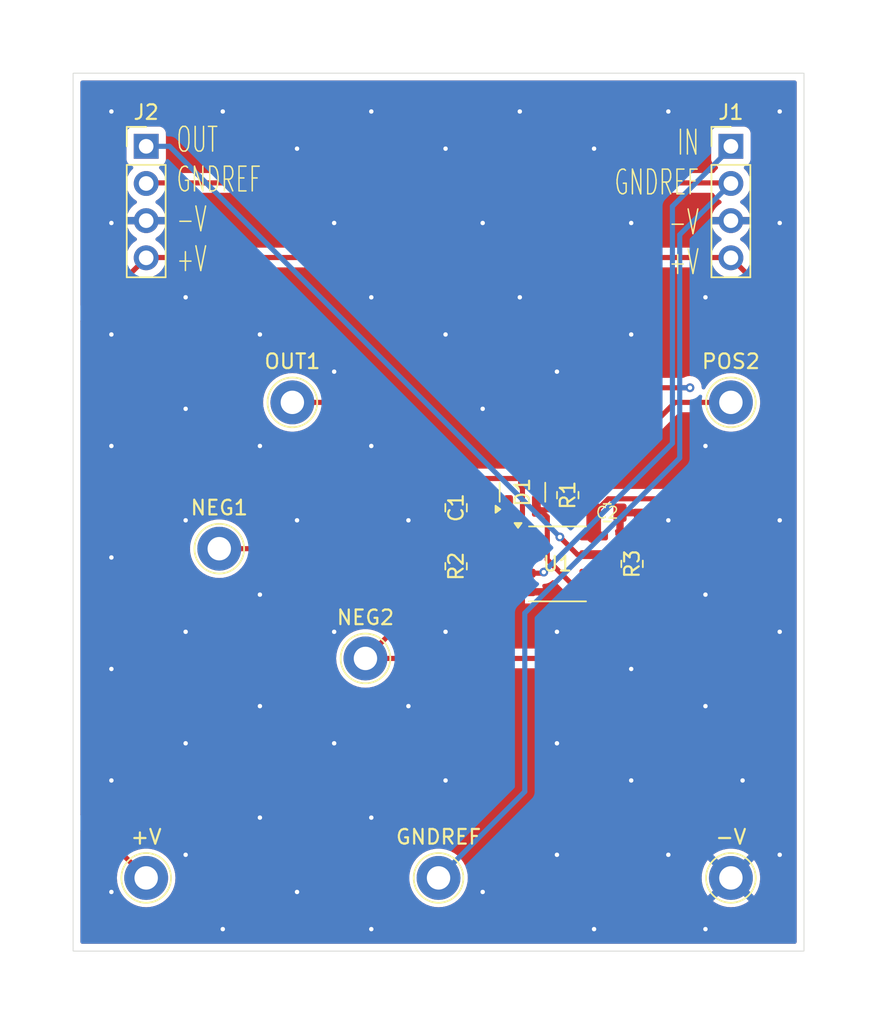
<source format=kicad_pcb>
(kicad_pcb (version 20240108) (generator "pcbnew") (generator_version "8.0")
  (layers (0 "F.Cu" jumper) (31 "B.Cu" signal) (34 "B.Paste" user) (35 "F.Paste" user) (36 "B.SilkS" user "B.Silkscreen") (37 "F.SilkS" user "F.Silkscreen") (38 "B.Mask" user) (39 "F.Mask" user) (44 "Edge.Cuts" user))
  (net 0 "")
  (net 1 "GNDREF")
  (net 2 "Net-(D1A-K)")
  (net 3 "Net-(D1A-A)")
  (net 4 "Net-(D1B-common)")
  (net 5 "+V")
  (net 6 "-V")
  (net 7 "Net-(U1B--)")
  (net 8 "IN^{EFF}")
  (net 9 "OUT^{EFF}")
  (footprint "Package_TO_SOT_SMD:SOT-23" (layer "F.Cu") (at 105.74 108.64 90)
    (property "Reference" "D1" (at 0 0 90) (layer "F.SilkS"))
    (property "Value" "MMBD1203")
    (fp_line (start 0 -1.56) (end 0.65 -1.56) (stroke (width 0.12)) (layer "F.SilkS"))
    (fp_line (start 0 -1.56) (end -0.65 -1.56) (stroke (width 0.12)) (layer "F.SilkS"))
    (fp_line (start 0 1.56) (end 0.65 1.56) (stroke (width 0.12)) (layer "F.SilkS"))
    (fp_line (start 0 1.56) (end -0.65 1.56) (stroke (width 0.12)) (layer "F.SilkS"))
    (fp_poly (pts (xy -1.1625 -1.51) (xy -1.4025 -1.84) (xy -0.9225 -1.84) (xy -1.1625 -1.51)) (stroke (width 0.12)) (fill solid) (layer "F.SilkS"))
    (pad "1" smd roundrect (at -0.9375 -0.95 90) (size 1.475 0.6) (layers "F.Cu" "F.Paste" "F.Mask") (net 3 "Net-(D1A-A)"))
    (pad "2" smd roundrect (at -0.9375 0.95 90) (size 1.475 0.6) (layers "F.Cu" "F.Paste" "F.Mask") (net 4 "Net-(D1B-common)"))
    (pad "3" smd roundrect (at 0.9375 0 90) (size 1.475 0.6) (layers "F.Cu" "F.Paste" "F.Mask") (net 2 "Net-(D1A-K)"))
  )
  (footprint "Resistor_SMD:R_0805_2012Metric_Pad1.20x1.40mm_HandSolder" (layer "F.Cu") (at 113.24 113.54 90)
    (property "Reference" "R3" (at 0 0 90) (layer "F.SilkS"))
    (property "Value" "1k")
    (fp_line (start -0.227064 -0.735) (end 0.227064 -0.735) (stroke (width 0.12)) (layer "F.SilkS"))
    (fp_line (start -0.227064 0.735) (end 0.227064 0.735) (stroke (width 0.12)) (layer "F.SilkS"))
    (pad "1" smd roundrect (at -1 0 90) (size 1.2 1.4) (layers "F.Cu" "F.Paste" "F.Mask") (roundrect_rratio 0.208333) (net 7 "Net-(U1B--)"))
    (pad "2" smd roundrect (at 1 0 90) (size 1.2 1.4) (layers "F.Cu" "F.Paste" "F.Mask") (roundrect_rratio 0.208333) (net 9 "OUT^{EFF}"))
  )
  (footprint "Capacitor_SMD:C_0805_2012Metric_Pad1.18x1.45mm_HandSolder" (layer "F.Cu") (at 101.2 109.7 90)
    (property "Reference" "C1" (at 0 0 90) (layer "F.SilkS"))
    (property "Value" "47pF")
    (fp_line (start -0.261252 -0.735) (end 0.261252 -0.735) (stroke (width 0.12)) (layer "F.SilkS"))
    (fp_line (start -0.261252 0.735) (end 0.261252 0.735) (stroke (width 0.12)) (layer "F.SilkS"))
    (pad "1" smd roundrect (at -1.0375 0 90) (size 1.175 1.45) (layers "F.Cu" "F.Paste" "F.Mask") (roundrect_rratio 0.212766) (net 3 "Net-(D1A-A)"))
    (pad "2" smd roundrect (at 1.0375 0 90) (size 1.175 1.45) (layers "F.Cu" "F.Paste" "F.Mask") (roundrect_rratio 0.212766) (net 2 "Net-(D1A-K)"))
  )
  (footprint "Resistor_SMD:R_0805_2012Metric_Pad1.20x1.40mm_HandSolder" (layer "F.Cu") (at 101.2 113.7 -90)
    (property "Reference" "R2" (at 0 0 90) (layer "F.SilkS"))
    (property "Value" "1k")
    (fp_line (start -0.227064 0.735) (end 0.227064 0.735) (stroke (width 0.12)) (layer "F.SilkS"))
    (fp_line (start -0.227064 -0.735) (end 0.227064 -0.735) (stroke (width 0.12)) (layer "F.SilkS"))
    (pad "1" smd roundrect (at -1 0 270) (size 1.2 1.4) (layers "F.Cu" "F.Paste" "F.Mask") (roundrect_rratio 0.208333) (net 3 "Net-(D1A-A)"))
    (pad "2" smd roundrect (at 1 0 270) (size 1.2 1.4) (layers "F.Cu" "F.Paste" "F.Mask") (roundrect_rratio 0.208333) (net 7 "Net-(U1B--)"))
  )
  (footprint "TestPoint:TestPoint_Loop_D2.60mm_Drill1.6mm_Beaded" (layer "F.Cu") (at 95 120)
    (property "Reference" "TP4" (hide yes))
    (property "Value" "NEG2" (at 0 -2.8 0) (layer "F.SilkS"))
    (fp_circle (center 0 0) (end 1.7 0) (stroke (width 0.12)) (fill none) (layer "F.SilkS"))
    (pad "1" thru_hole circle (at 0 0) (size 3 3) (drill 1.6) (layers "*.Cu" "*.Mask" "In1.Cu" "In2.Cu" "In3.Cu" "In4.Cu" "In5.Cu" "In6.Cu" "In7.Cu" "In8.Cu" "In9.Cu" "In10.Cu" "In11.Cu" "In12.Cu" "In13.Cu" "In14.Cu" "In15.Cu" "In16.Cu" "In17.Cu" "In18.Cu" "In19.Cu" "In20.Cu" "In21.Cu" "In22.Cu" "In23.Cu" "In24.Cu" "In25.Cu" "In26.Cu" "In27.Cu" "In28.Cu" "In29.Cu" "In30.Cu") (net 7 "Net-(U1B--)"))
  )
  (footprint "TestPoint:TestPoint_Loop_D2.60mm_Drill1.6mm_Beaded" (layer "F.Cu") (at 90 102.5)
    (property "Reference" "TP1" (hide yes))
    (property "Value" "OUT1" (at 0 -2.8 0) (layer "F.SilkS"))
    (fp_circle (center 0 0) (end 1.7 0) (stroke (width 0.12)) (fill none) (layer "F.SilkS"))
    (pad "1" thru_hole circle (at 0 0) (size 3 3) (drill 1.6) (layers "*.Cu" "*.Mask" "In1.Cu" "In2.Cu" "In3.Cu" "In4.Cu" "In5.Cu" "In6.Cu" "In7.Cu" "In8.Cu" "In9.Cu" "In10.Cu" "In11.Cu" "In12.Cu" "In13.Cu" "In14.Cu" "In15.Cu" "In16.Cu" "In17.Cu" "In18.Cu" "In19.Cu" "In20.Cu" "In21.Cu" "In22.Cu" "In23.Cu" "In24.Cu" "In25.Cu" "In26.Cu" "In27.Cu" "In28.Cu" "In29.Cu" "In30.Cu") (net 2 "Net-(D1A-K)"))
  )
  (footprint "Mylib:C_0704_1810Metric" (layer "F.Cu") (at 111.54 110.04)
    (property "Reference" "C2" (at 0 0 0) (layer "F.SilkS") (effects (font (size 0.8 0.8) (thickness 0.1))))
    (property "Value" "0.1uF")
    (fp_line (start -0.25 -0.6) (end 0.25 -0.6) (stroke (width 0.12)) (layer "F.SilkS"))
    (fp_line (start -0.25 0.6) (end 0.25 0.6) (stroke (width 0.12)) (layer "F.SilkS"))
    (pad "1" smd roundrect (at -0.875 0) (size 0.9 1.25) (layers "F.Cu" "F.Paste" "F.Mask") (roundrect_rratio 0.2) (net 5 "+V"))
    (pad "2" smd roundrect (at 0.875 0) (size 0.9 1.25) (layers "F.Cu" "F.Paste" "F.Mask") (roundrect_rratio 0.2) (net 6 "-V"))
  )
  (footprint "TestPoint:TestPoint_Loop_D2.60mm_Drill1.6mm_Beaded" (layer "F.Cu") (at 120 102.5)
    (property "Reference" "TP2" (hide yes))
    (property "Value" "POS2" (at 0 -2.8 0) (layer "F.SilkS"))
    (fp_circle (center 0 0) (end 1.7 0) (stroke (width 0.12)) (fill none) (layer "F.SilkS"))
    (pad "1" thru_hole circle (at 0 0) (size 3 3) (drill 1.6) (layers "*.Cu" "*.Mask" "In1.Cu" "In2.Cu" "In3.Cu" "In4.Cu" "In5.Cu" "In6.Cu" "In7.Cu" "In8.Cu" "In9.Cu" "In10.Cu" "In11.Cu" "In12.Cu" "In13.Cu" "In14.Cu" "In15.Cu" "In16.Cu" "In17.Cu" "In18.Cu" "In19.Cu" "In20.Cu" "In21.Cu" "In22.Cu" "In23.Cu" "In24.Cu" "In25.Cu" "In26.Cu" "In27.Cu" "In28.Cu" "In29.Cu" "In30.Cu") (net 4 "Net-(D1B-common)"))
  )
  (footprint "Resistor_SMD:R_0805_2012Metric_Pad1.20x1.40mm_HandSolder" (layer "F.Cu") (at 108.84 108.84 -90)
    (property "Reference" "R1" (at 0 0 90) (layer "F.SilkS"))
    (property "Value" "1k")
    (fp_line (start -0.227064 0.735) (end 0.227064 0.735) (stroke (width 0.12)) (layer "F.SilkS"))
    (fp_line (start -0.227064 -0.735) (end 0.227064 -0.735) (stroke (width 0.12)) (layer "F.SilkS"))
    (pad "1" smd roundrect (at -1 0 270) (size 1.2 1.4) (layers "F.Cu" "F.Paste" "F.Mask") (roundrect_rratio 0.208333) (net 1 "GNDREF"))
    (pad "2" smd roundrect (at 1 0 270) (size 1.2 1.4) (layers "F.Cu" "F.Paste" "F.Mask") (roundrect_rratio 0.208333) (net 4 "Net-(D1B-common)"))
  )
  (footprint "TestPoint:TestPoint_Loop_D2.60mm_Drill1.6mm_Beaded" (layer "F.Cu") (at 100 135)
    (property "Reference" "TP6" (hide yes))
    (property "Value" "GNDREF" (at 0 -2.8 0) (layer "F.SilkS"))
    (fp_circle (center 0 0) (end 1.7 0) (stroke (width 0.12)) (fill none) (layer "F.SilkS"))
    (pad "1" thru_hole circle (at 0 0) (size 3 3) (drill 1.6) (layers "*.Cu" "*.Mask" "In1.Cu" "In2.Cu" "In3.Cu" "In4.Cu" "In5.Cu" "In6.Cu" "In7.Cu" "In8.Cu" "In9.Cu" "In10.Cu" "In11.Cu" "In12.Cu" "In13.Cu" "In14.Cu" "In15.Cu" "In16.Cu" "In17.Cu" "In18.Cu" "In19.Cu" "In20.Cu" "In21.Cu" "In22.Cu" "In23.Cu" "In24.Cu" "In25.Cu" "In26.Cu" "In27.Cu" "In28.Cu" "In29.Cu" "In30.Cu") (net 1 "GNDREF"))
  )
  (footprint "TestPoint:TestPoint_Loop_D2.60mm_Drill1.6mm_Beaded" (layer "F.Cu") (at 120 135)
    (property "Reference" "TP7" (hide yes))
    (property "Value" "-V" (at 0 -2.8 0) (layer "F.SilkS"))
    (fp_circle (center 0 0) (end 1.7 0) (stroke (width 0.12)) (fill none) (layer "F.SilkS"))
    (pad "1" thru_hole circle (at 0 0) (size 3 3) (drill 1.6) (layers "*.Cu" "*.Mask" "In1.Cu" "In2.Cu" "In3.Cu" "In4.Cu" "In5.Cu" "In6.Cu" "In7.Cu" "In8.Cu" "In9.Cu" "In10.Cu" "In11.Cu" "In12.Cu" "In13.Cu" "In14.Cu" "In15.Cu" "In16.Cu" "In17.Cu" "In18.Cu" "In19.Cu" "In20.Cu" "In21.Cu" "In22.Cu" "In23.Cu" "In24.Cu" "In25.Cu" "In26.Cu" "In27.Cu" "In28.Cu" "In29.Cu" "In30.Cu") (net 6 "-V"))
  )
  (footprint "Connector_PinHeader_2.54mm:PinHeader_1x04_P2.54mm_Vertical" (layer "F.Cu") (at 120 85)
    (property "Reference" "J1" (at 0 -2.33 0) (layer "F.SilkS"))
    (property "Value" "Conn_01x04_Pin")
    (fp_line (start -1.33 -1.33) (end 0 -1.33) (stroke (width 0.12)) (layer "F.SilkS"))
    (fp_line (start -1.33 0) (end -1.33 -1.33) (stroke (width 0.12)) (layer "F.SilkS"))
    (fp_line (start -1.33 1.27) (end -1.33 8.95) (stroke (width 0.12)) (layer "F.SilkS"))
    (fp_line (start -1.33 1.27) (end 1.33 1.27) (stroke (width 0.12)) (layer "F.SilkS"))
    (fp_line (start -1.33 8.95) (end 1.33 8.95) (stroke (width 0.12)) (layer "F.SilkS"))
    (fp_line (start 1.33 1.27) (end 1.33 8.95) (stroke (width 0.12)) (layer "F.SilkS"))
    (pad "1" thru_hole rect (at 0 0) (size 1.7 1.7) (drill 1) (layers "*.Cu" "*.Mask" "In1.Cu" "In2.Cu" "In3.Cu" "In4.Cu" "In5.Cu" "In6.Cu" "In7.Cu" "In8.Cu" "In9.Cu" "In10.Cu" "In11.Cu" "In12.Cu" "In13.Cu" "In14.Cu" "In15.Cu" "In16.Cu" "In17.Cu" "In18.Cu" "In19.Cu" "In20.Cu" "In21.Cu" "In22.Cu" "In23.Cu" "In24.Cu" "In25.Cu" "In26.Cu" "In27.Cu" "In28.Cu" "In29.Cu" "In30.Cu") (net 8 "IN^{EFF}"))
    (pad "2" thru_hole oval (at 0 2.54) (size 1.7 1.7) (drill 1) (layers "*.Cu" "*.Mask" "In1.Cu" "In2.Cu" "In3.Cu" "In4.Cu" "In5.Cu" "In6.Cu" "In7.Cu" "In8.Cu" "In9.Cu" "In10.Cu" "In11.Cu" "In12.Cu" "In13.Cu" "In14.Cu" "In15.Cu" "In16.Cu" "In17.Cu" "In18.Cu" "In19.Cu" "In20.Cu" "In21.Cu" "In22.Cu" "In23.Cu" "In24.Cu" "In25.Cu" "In26.Cu" "In27.Cu" "In28.Cu" "In29.Cu" "In30.Cu") (net 1 "GNDREF"))
    (pad "3" thru_hole oval (at 0 5.08) (size 1.7 1.7) (drill 1) (layers "*.Cu" "*.Mask" "In1.Cu" "In2.Cu" "In3.Cu" "In4.Cu" "In5.Cu" "In6.Cu" "In7.Cu" "In8.Cu" "In9.Cu" "In10.Cu" "In11.Cu" "In12.Cu" "In13.Cu" "In14.Cu" "In15.Cu" "In16.Cu" "In17.Cu" "In18.Cu" "In19.Cu" "In20.Cu" "In21.Cu" "In22.Cu" "In23.Cu" "In24.Cu" "In25.Cu" "In26.Cu" "In27.Cu" "In28.Cu" "In29.Cu" "In30.Cu") (net 6 "-V"))
    (pad "4" thru_hole oval (at 0 7.62) (size 1.7 1.7) (drill 1) (layers "*.Cu" "*.Mask" "In1.Cu" "In2.Cu" "In3.Cu" "In4.Cu" "In5.Cu" "In6.Cu" "In7.Cu" "In8.Cu" "In9.Cu" "In10.Cu" "In11.Cu" "In12.Cu" "In13.Cu" "In14.Cu" "In15.Cu" "In16.Cu" "In17.Cu" "In18.Cu" "In19.Cu" "In20.Cu" "In21.Cu" "In22.Cu" "In23.Cu" "In24.Cu" "In25.Cu" "In26.Cu" "In27.Cu" "In28.Cu" "In29.Cu" "In30.Cu") (net 5 "+V"))
  )
  (footprint "Connector_PinHeader_2.54mm:PinHeader_1x04_P2.54mm_Vertical" (layer "F.Cu") (at 80 85)
    (property "Reference" "J2" (at 0 -2.33 0) (layer "F.SilkS"))
    (property "Value" "Conn_01x04_Pin")
    (fp_line (start -1.33 -1.33) (end 0 -1.33) (stroke (width 0.12)) (layer "F.SilkS"))
    (fp_line (start -1.33 0) (end -1.33 -1.33) (stroke (width 0.12)) (layer "F.SilkS"))
    (fp_line (start -1.33 1.27) (end -1.33 8.95) (stroke (width 0.12)) (layer "F.SilkS"))
    (fp_line (start -1.33 1.27) (end 1.33 1.27) (stroke (width 0.12)) (layer "F.SilkS"))
    (fp_line (start -1.33 8.95) (end 1.33 8.95) (stroke (width 0.12)) (layer "F.SilkS"))
    (fp_line (start 1.33 1.27) (end 1.33 8.95) (stroke (width 0.12)) (layer "F.SilkS"))
    (pad "1" thru_hole rect (at 0 0) (size 1.7 1.7) (drill 1) (layers "*.Cu" "*.Mask" "In1.Cu" "In2.Cu" "In3.Cu" "In4.Cu" "In5.Cu" "In6.Cu" "In7.Cu" "In8.Cu" "In9.Cu" "In10.Cu" "In11.Cu" "In12.Cu" "In13.Cu" "In14.Cu" "In15.Cu" "In16.Cu" "In17.Cu" "In18.Cu" "In19.Cu" "In20.Cu" "In21.Cu" "In22.Cu" "In23.Cu" "In24.Cu" "In25.Cu" "In26.Cu" "In27.Cu" "In28.Cu" "In29.Cu" "In30.Cu") (net 9 "OUT^{EFF}"))
    (pad "2" thru_hole oval (at 0 2.54) (size 1.7 1.7) (drill 1) (layers "*.Cu" "*.Mask" "In1.Cu" "In2.Cu" "In3.Cu" "In4.Cu" "In5.Cu" "In6.Cu" "In7.Cu" "In8.Cu" "In9.Cu" "In10.Cu" "In11.Cu" "In12.Cu" "In13.Cu" "In14.Cu" "In15.Cu" "In16.Cu" "In17.Cu" "In18.Cu" "In19.Cu" "In20.Cu" "In21.Cu" "In22.Cu" "In23.Cu" "In24.Cu" "In25.Cu" "In26.Cu" "In27.Cu" "In28.Cu" "In29.Cu" "In30.Cu") (net 1 "GNDREF"))
    (pad "3" thru_hole oval (at 0 5.08) (size 1.7 1.7) (drill 1) (layers "*.Cu" "*.Mask" "In1.Cu" "In2.Cu" "In3.Cu" "In4.Cu" "In5.Cu" "In6.Cu" "In7.Cu" "In8.Cu" "In9.Cu" "In10.Cu" "In11.Cu" "In12.Cu" "In13.Cu" "In14.Cu" "In15.Cu" "In16.Cu" "In17.Cu" "In18.Cu" "In19.Cu" "In20.Cu" "In21.Cu" "In22.Cu" "In23.Cu" "In24.Cu" "In25.Cu" "In26.Cu" "In27.Cu" "In28.Cu" "In29.Cu" "In30.Cu") (net 6 "-V"))
    (pad "4" thru_hole oval (at 0 7.62) (size 1.7 1.7) (drill 1) (layers "*.Cu" "*.Mask" "In1.Cu" "In2.Cu" "In3.Cu" "In4.Cu" "In5.Cu" "In6.Cu" "In7.Cu" "In8.Cu" "In9.Cu" "In10.Cu" "In11.Cu" "In12.Cu" "In13.Cu" "In14.Cu" "In15.Cu" "In16.Cu" "In17.Cu" "In18.Cu" "In19.Cu" "In20.Cu" "In21.Cu" "In22.Cu" "In23.Cu" "In24.Cu" "In25.Cu" "In26.Cu" "In27.Cu" "In28.Cu" "In29.Cu" "In30.Cu") (net 5 "+V"))
  )
  (footprint "Package_SO:SOIC-8_3.9x4.9mm_P1.27mm" (layer "F.Cu") (at 108.14 113.54)
    (property "Reference" "U1" (at 0 0 0) (layer "F.SilkS"))
    (property "Value" "OPA1656")
    (fp_line (start 0 -2.56) (end -1.95 -2.56) (stroke (width 0.12)) (layer "F.SilkS"))
    (fp_line (start 0 -2.56) (end 1.95 -2.56) (stroke (width 0.12)) (layer "F.SilkS"))
    (fp_line (start 0 2.56) (end -1.95 2.56) (stroke (width 0.12)) (layer "F.SilkS"))
    (fp_line (start 0 2.56) (end 1.95 2.56) (stroke (width 0.12)) (layer "F.SilkS"))
    (fp_poly (pts (xy -2.7 -2.465) (xy -2.94 -2.795) (xy -2.46 -2.795) (xy -2.7 -2.465)) (stroke (width 0.12)) (fill solid) (layer "F.SilkS"))
    (pad "1" smd roundrect (at -2.475 -1.905) (size 1.95 0.6) (layers "F.Cu" "F.Paste" "F.Mask") (net 2 "Net-(D1A-K)"))
    (pad "2" smd roundrect (at -2.475 -0.635) (size 1.95 0.6) (layers "F.Cu" "F.Paste" "F.Mask") (net 3 "Net-(D1A-A)"))
    (pad "3" smd roundrect (at -2.475 0.635) (size 1.95 0.6) (layers "F.Cu" "F.Paste" "F.Mask") (net 8 "IN^{EFF}"))
    (pad "4" smd roundrect (at -2.475 1.905) (size 1.95 0.6) (layers "F.Cu" "F.Paste" "F.Mask") (net 6 "-V"))
    (pad "5" smd roundrect (at 2.475 1.905) (size 1.95 0.6) (layers "F.Cu" "F.Paste" "F.Mask") (net 4 "Net-(D1B-common)"))
    (pad "6" smd roundrect (at 2.475 0.635) (size 1.95 0.6) (layers "F.Cu" "F.Paste" "F.Mask") (net 7 "Net-(U1B--)"))
    (pad "7" smd roundrect (at 2.475 -0.635) (size 1.95 0.6) (layers "F.Cu" "F.Paste" "F.Mask") (net 9 "OUT^{EFF}"))
    (pad "8" smd roundrect (at 2.475 -1.905) (size 1.95 0.6) (layers "F.Cu" "F.Paste" "F.Mask") (net 5 "+V"))
  )
  (footprint "TestPoint:TestPoint_Loop_D2.60mm_Drill1.6mm_Beaded" (layer "F.Cu") (at 80 135)
    (property "Reference" "TP5" (hide yes))
    (property "Value" "+V" (at 0 -2.8 0) (layer "F.SilkS"))
    (fp_circle (center 0 0) (end 1.7 0) (stroke (width 0.12)) (fill none) (layer "F.SilkS"))
    (pad "1" thru_hole circle (at 0 0) (size 3 3) (drill 1.6) (layers "*.Cu" "*.Mask" "In1.Cu" "In2.Cu" "In3.Cu" "In4.Cu" "In5.Cu" "In6.Cu" "In7.Cu" "In8.Cu" "In9.Cu" "In10.Cu" "In11.Cu" "In12.Cu" "In13.Cu" "In14.Cu" "In15.Cu" "In16.Cu" "In17.Cu" "In18.Cu" "In19.Cu" "In20.Cu" "In21.Cu" "In22.Cu" "In23.Cu" "In24.Cu" "In25.Cu" "In26.Cu" "In27.Cu" "In28.Cu" "In29.Cu" "In30.Cu") (net 5 "+V"))
  )
  (footprint "TestPoint:TestPoint_Loop_D2.60mm_Drill1.6mm_Beaded" (layer "F.Cu") (at 85 112.5)
    (property "Reference" "TP3" (hide yes))
    (property "Value" "NEG1" (at 0 -2.8 0) (layer "F.SilkS"))
    (fp_circle (center 0 0) (end 1.7 0) (stroke (width 0.12)) (fill none) (layer "F.SilkS"))
    (pad "1" thru_hole circle (at 0 0) (size 3 3) (drill 1.6) (layers "*.Cu" "*.Mask" "In1.Cu" "In2.Cu" "In3.Cu" "In4.Cu" "In5.Cu" "In6.Cu" "In7.Cu" "In8.Cu" "In9.Cu" "In10.Cu" "In11.Cu" "In12.Cu" "In13.Cu" "In14.Cu" "In15.Cu" "In16.Cu" "In17.Cu" "In18.Cu" "In19.Cu" "In20.Cu" "In21.Cu" "In22.Cu" "In23.Cu" "In24.Cu" "In25.Cu" "In26.Cu" "In27.Cu" "In28.Cu" "In29.Cu" "In30.Cu") (net 3 "Net-(D1A-A)"))
  )
  (gr_rect (start 75 80) (end 125 140) (stroke (width 0.05)) (fill none) (layer "Edge.Cuts"))
  (gr_text "IN\nGNDREF\n-V\n+V" (at 117.9 93.9 0) (layer "F.SilkS") (effects (font (size 1.69 1) (thickness 0.1)) (justify right bottom)))
  (gr_text "OUT\nGNDREF\n-V\n+V" (at 82 93.7 0) (layer "F.SilkS") (effects (font (size 1.69 1) (thickness 0.1)) (justify left bottom)))
  (segment (start 108.84 107.84) (end 115.18 101.5) (width 0.35) (layer "F.Cu") (net 1))
  (segment (start 115.18 101.5) (end 117.2 101.5) (width 0.35) (layer "F.Cu") (net 1))
  (segment (start 119.96 87.5) (end 120 87.54) (width 0.35) (layer "F.Cu") (net 1))
  (segment (start 80 87.54) (end 80.04 87.5) (width 0.35) (layer "F.Cu") (net 1))
  (segment (start 80.04 87.5) (end 119.96 87.5) (width 0.35) (layer "F.Cu") (net 1))
  (via (at 117.2 101.5) (size 0.6) (drill 0.3) (layers "F.Cu" "B.Cu") (net 1))
  (segment (start 120 87.54) (end 116.5 91.04) (width 0.35) (layer "B.Cu") (net 1))
  (segment (start 105.9 116.9) (end 105.9 129.1) (width 0.35) (layer "B.Cu") (net 1))
  (segment (start 116.5 106.3) (end 105.9 116.9) (width 0.35) (layer "B.Cu") (net 1))
  (segment (start 116.6 101.5) (end 116.5 101.4) (width 0.35) (layer "B.Cu") (net 1))
  (segment (start 116.5 101.4) (end 116.5 106.3) (width 0.35) (layer "B.Cu") (net 1))
  (segment (start 117.2 101.5) (end 116.6 101.5) (width 0.35) (layer "B.Cu") (net 1))
  (segment (start 105.9 129.1) (end 100 135) (width 0.35) (layer "B.Cu") (net 1))
  (segment (start 116.5 91.04) (end 116.5 101.4) (width 0.35) (layer "B.Cu") (net 1))
  (segment (start 105.74 107.7025) (end 105.74 111.56) (width 0.35) (layer "F.Cu") (net 2))
  (segment (start 105.74 107.7025) (end 101.3975 107.7025) (width 0.35) (layer "F.Cu") (net 2))
  (segment (start 101.2 107.9) (end 101.2 106.9625) (width 0.35) (layer "F.Cu") (net 2))
  (segment (start 101.3975 107.7025) (end 101.2 107.9) (width 0.35) (layer "F.Cu") (net 2))
  (segment (start 101.2 106.9625) (end 96.7375 102.5) (width 0.35) (layer "F.Cu") (net 2))
  (segment (start 101.2 108.6625) (end 101.2 107.9) (width 0.35) (layer "F.Cu") (net 2))
  (segment (start 90 102.5) (end 96.7375 102.5) (width 0.35) (layer "F.Cu") (net 2))
  (segment (start 101.405 112.905) (end 101.2 112.7) (width 0.35) (layer "F.Cu") (net 3))
  (segment (start 104.79 109.5775) (end 103.63 110.7375) (width 0.35) (layer "F.Cu") (net 3))
  (segment (start 105.665 112.905) (end 101.405 112.905) (width 0.35) (layer "F.Cu") (net 3))
  (segment (start 101 112.5) (end 101.2 112.7) (width 0.35) (layer "F.Cu") (net 3))
  (segment (start 85 112.5) (end 101 112.5) (width 0.35) (layer "F.Cu") (net 3))
  (segment (start 103.63 110.7375) (end 101.2 110.7375) (width 0.35) (layer "F.Cu") (net 3))
  (segment (start 101.2 110.7375) (end 101.2 112.7) (width 0.35) (layer "F.Cu") (net 3))
  (segment (start 107.44 110.3275) (end 106.69 109.5775) (width 0.35) (layer "F.Cu") (net 4))
  (segment (start 107.44 113.244999) (end 107.44 110.3275) (width 0.35) (layer "F.Cu") (net 4))
  (segment (start 110.615 115.445) (end 109.640001 115.445) (width 0.35) (layer "F.Cu") (net 4))
  (segment (start 109.640001 115.445) (end 107.44 113.244999) (width 0.35) (layer "F.Cu") (net 4))
  (segment (start 106.9525 109.84) (end 106.69 109.5775) (width 0.35) (layer "F.Cu") (net 4))
  (segment (start 108.84 109.84) (end 106.9525 109.84) (width 0.35) (layer "F.Cu") (net 4))
  (segment (start 120 102.5) (end 116.18 102.5) (width 0.35) (layer "F.Cu") (net 4))
  (segment (start 116.18 102.5) (end 108.84 109.84) (width 0.35) (layer "F.Cu") (net 4))
  (segment (start 123.5 107.4) (end 121.81 109.09) (width 0.35) (layer "F.Cu") (net 5))
  (segment (start 80 92.62) (end 75.675 96.945) (width 0.35) (layer "F.Cu") (net 5))
  (segment (start 121.81 109.09) (end 111.615 109.09) (width 0.35) (layer "F.Cu") (net 5))
  (segment (start 80 92.62) (end 80.02 92.6) (width 0.35) (layer "F.Cu") (net 5))
  (segment (start 80.02 92.6) (end 119.98 92.6) (width 0.35) (layer "F.Cu") (net 5))
  (segment (start 119.98 92.6) (end 120 92.62) (width 0.35) (layer "F.Cu") (net 5))
  (segment (start 75.675 96.945) (end 75.675 130.675) (width 0.35) (layer "F.Cu") (net 5))
  (segment (start 123.5 96.12) (end 123.5 107.4) (width 0.35) (layer "F.Cu") (net 5))
  (segment (start 111.615 109.09) (end 110.665 110.04) (width 0.35) (layer "F.Cu") (net 5))
  (segment (start 120 92.62) (end 123.5 96.12) (width 0.35) (layer "F.Cu") (net 5))
  (segment (start 75.675 130.675) (end 80 135) (width 0.35) (layer "F.Cu") (net 5))
  (segment (start 110.615 110.04) (end 110.615 111.635) (width 1) (layer "F.Cu") (net 5))
  (via (at 77.62 120.72) (size 0.6) (drill 0.3) (layers "F.Cu" "B.Cu") (net 6))
  (via (at 103.02 90.24) (size 0.6) (drill 0.3) (layers "F.Cu" "B.Cu") (net 6))
  (via (at 118.26 95.32) (size 0.6) (drill 0.3) (layers "F.Cu" "B.Cu") (net 6))
  (via (at 110.64 138.5) (size 0.6) (drill 0.3) (layers "F.Cu" "B.Cu") (net 6))
  (via (at 118.26 123.26) (size 0.6) (drill 0.3) (layers "F.Cu" "B.Cu") (net 6))
  (via (at 82.7 133.42) (size 0.6) (drill 0.3) (layers "F.Cu" "B.Cu") (net 6))
  (via (at 118.26 115.64) (size 0.6) (drill 0.3) (layers "F.Cu" "B.Cu") (net 6))
  (via (at 77.62 113.1) (size 0.6) (drill 0.3) (layers "F.Cu" "B.Cu") (net 6))
  (via (at 90.32 135.96) (size 0.6) (drill 0.3) (layers "F.Cu" "B.Cu") (net 6))
  (via (at 77.62 128.34) (size 0.6) (drill 0.3) (layers "F.Cu" "B.Cu") (net 6))
  (via (at 120.8 128.34) (size 0.6) (drill 0.3) (layers "F.Cu" "B.Cu") (net 6))
  (via (at 118.26 138.5) (size 0.6) (drill 0.3) (layers "F.Cu" "B.Cu") (net 6))
  (via (at 87.78 97.86) (size 0.6) (drill 0.3) (layers "F.Cu" "B.Cu") (net 6))
  (via (at 95.4 138.5) (size 0.6) (drill 0.3) (layers "F.Cu" "B.Cu") (net 6))
  (via (at 123.34 90.24) (size 0.6) (drill 0.3) (layers "F.Cu" "B.Cu") (net 6))
  (via (at 108.1 125.8) (size 0.6) (drill 0.3) (layers "F.Cu" "B.Cu") (net 6))
  (via (at 95.4 82.62) (size 0.6) (drill 0.3) (layers "F.Cu" "B.Cu") (net 6))
  (via (at 87.78 130.88) (size 0.6) (drill 0.3) (layers "F.Cu" "B.Cu") (net 6))
  (via (at 123.34 118.18) (size 0.6) (drill 0.3) (layers "F.Cu" "B.Cu") (net 6))
  (via (at 113.18 97.86) (size 0.6) (drill 0.3) (layers "F.Cu" "B.Cu") (net 6))
  (via (at 108.1 118.18) (size 0.6) (drill 0.3) (layers "F.Cu" "B.Cu") (net 6))
  (via (at 82.7 125.8) (size 0.6) (drill 0.3) (layers "F.Cu" "B.Cu") (net 6))
  (via (at 103.02 102.94) (size 0.6) (drill 0.3) (layers "F.Cu" "B.Cu") (net 6))
  (via (at 82.7 102.94) (size 0.6) (drill 0.3) (layers "F.Cu" "B.Cu") (net 6))
  (via (at 110.64 85.16) (size 0.6) (drill 0.3) (layers "F.Cu" "B.Cu") (net 6))
  (via (at 87.78 123.26) (size 0.6) (drill 0.3) (layers "F.Cu" "B.Cu") (net 6))
  (via (at 97.94 110.56) (size 0.6) (drill 0.3) (layers "F.Cu" "B.Cu") (net 6))
  (via (at 85.24 82.62) (size 0.6) (drill 0.3) (layers "F.Cu" "B.Cu") (net 6))
  (via (at 115.72 133.42) (size 0.6) (drill 0.3) (layers "F.Cu" "B.Cu") (net 6))
  (via (at 115.72 82.62) (size 0.6) (drill 0.3) (layers "F.Cu" "B.Cu") (net 6))
  (via (at 92.86 100.4) (size 0.6) (drill 0.3) (layers "F.Cu" "B.Cu") (net 6))
  (via (at 100.48 118.18) (size 0.6) (drill 0.3) (layers "F.Cu" "B.Cu") (net 6))
  (via (at 100.48 97.86) (size 0.6) (drill 0.3) (layers "F.Cu" "B.Cu") (net 6))
  (via (at 97.94 123.26) (size 0.6) (drill 0.3) (layers "F.Cu" "B.Cu") (net 6))
  (via (at 82.7 110.56) (size 0.6) (drill 0.3) (layers "F.Cu" "B.Cu") (net 6))
  (via (at 77.62 105.48) (size 0.6) (drill 0.3) (layers "F.Cu" "B.Cu") (net 6))
  (via (at 103.02 135.96) (size 0.6) (drill 0.3) (layers "F.Cu" "B.Cu") (net 6))
  (via (at 92.86 125.8) (size 0.6) (drill 0.3) (layers "F.Cu" "B.Cu") (net 6))
  (via (at 115.72 110.56) (size 0.6) (drill 0.3) (layers "F.Cu" "B.Cu") (net 6))
  (via (at 118.26 105.48) (size 0.6) (drill 0.3) (layers "F.Cu" "B.Cu") (net 6))
  (via (at 113.18 128.34) (size 0.6) (drill 0.3) (layers "F.Cu" "B.Cu") (net 6))
  (via (at 105.56 95.32) (size 0.6) (drill 0.3) (layers "F.Cu" "B.Cu") (net 6))
  (via (at 100.48 85.16) (size 0.6) (drill 0.3) (layers "F.Cu" "B.Cu") (net 6))
  (via (at 82.7 118.18) (size 0.6) (drill 0.3) (layers "F.Cu" "B.Cu") (net 6))
  (via (at 87.78 115.64) (size 0.6) (drill 0.3) (layers "F.Cu" "B.Cu") (net 6))
  (via (at 95.4 95.32) (size 0.6) (drill 0.3) (layers "F.Cu" "B.Cu") (net 6))
  (via (at 123.34 133.42) (size 0.6) (drill 0.3) (layers "F.Cu" "B.Cu") (net 6))
  (via (at 87.78 105.48) (size 0.6) (drill 0.3) (layers "F.Cu" "B.Cu") (net 6))
  (via (at 108.1 133.42) (size 0.6) (drill 0.3) (layers "F.Cu" "B.Cu") (net 6))
  (via (at 95.4 105.48) (size 0.6) (drill 0.3) (layers "F.Cu" "B.Cu") (net 6))
  (via (at 77.62 90.24) (size 0.6) (drill 0.3) (layers "F.Cu" "B.Cu") (net 6))
  (via (at 77.62 82.62) (size 0.6) (drill 0.3) (layers "F.Cu" "B.Cu") (net 6))
  (via (at 113.18 90.24) (size 0.6) (drill 0.3) (layers "F.Cu" "B.Cu") (net 6))
  (via (at 92.86 90.24) (size 0.6) (drill 0.3) (layers "F.Cu" "B.Cu") (net 6))
  (via (at 123.34 82.62) (size 0.6) (drill 0.3) (layers "F.Cu" "B.Cu") (net 6))
  (via (at 77.62 135.96) (size 0.6) (drill 0.3) (layers "F.Cu" "B.Cu") (net 6))
  (via (at 92.86 118.18) (size 0.6) (drill 0.3) (layers "F.Cu" "B.Cu") (net 6))
  (via (at 82.7 95.32) (size 0.6) (drill 0.3) (layers "F.Cu" "B.Cu") (net 6))
  (via (at 95.4 130.88) (size 0.6) (drill 0.3) (layers "F.Cu" "B.Cu") (net 6))
  (via (at 108.1 100.4) (size 0.6) (drill 0.3) (layers "F.Cu" "B.Cu") (net 6))
  (via (at 90.32 110.56) (size 0.6) (drill 0.3) (layers "F.Cu" "B.Cu") (net 6))
  (via (at 105.56 82.62) (size 0.6) (drill 0.3) (layers "F.Cu" "B.Cu") (net 6))
  (via (at 123.34 110.56) (size 0.6) (drill 0.3) (layers "F.Cu" "B.Cu") (net 6))
  (via (at 77.62 97.86) (size 0.6) (drill 0.3) (layers "F.Cu" "B.Cu") (net 6))
  (via (at 90.32 85.16) (size 0.6) (drill 0.3) (layers "F.Cu" "B.Cu") (net 6))
  (via (at 85.24 138.5) (size 0.6) (drill 0.3) (layers "F.Cu" "B.Cu") (net 6))
  (via (at 113.18 120.72) (size 0.6) (drill 0.3) (layers "F.Cu" "B.Cu") (net 6))
  (via (at 100.48 128.34) (size 0.6) (drill 0.3) (layers "F.Cu" "B.Cu") (net 6))
  (segment (start 100.3 114.7) (end 101.2 114.7) (width 0.35) (layer "F.Cu") (net 7))
  (segment (start 113.24 117.96) (end 111.2 120) (width 0.35) (layer "F.Cu") (net 7))
  (segment (start 110.615 114.175) (end 112.875 114.175) (width 0.35) (layer "F.Cu") (net 7))
  (segment (start 95 120) (end 100.3 114.7) (width 0.35) (layer "F.Cu") (net 7))
  (segment (start 111.2 120) (end 95 120) (width 0.35) (layer "F.Cu") (net 7))
  (segment (start 113.24 114.54) (end 113.24 117.96) (width 0.35) (layer "F.Cu") (net 7))
  (segment (start 107.125 114.175) (end 107.2 114.1) (width 0.35) (layer "F.Cu") (net 8))
  (segment (start 105.665 114.175) (end 107.125 114.175) (width 0.35) (layer "F.Cu") (net 8))
  (via (at 107.2 114.1) (size 0.6) (drill 0.3) (layers "F.Cu" "B.Cu") (net 8))
  (segment (start 107.2 114.1) (end 116 105.3) (width 0.35) (layer "B.Cu") (net 8))
  (segment (start 116 105.3) (end 116 89.1) (width 0.35) (layer "B.Cu") (net 8))
  (segment (start 120 85.1) (end 120 85) (width 0.35) (layer "B.Cu") (net 8))
  (segment (start 116 89.1) (end 120 85.1) (width 0.35) (layer "B.Cu") (net 8))
  (segment (start 109.505 112.905) (end 108.3 111.7) (width 0.35) (layer "F.Cu") (net 9))
  (segment (start 110.615 112.905) (end 109.505 112.905) (width 0.35) (layer "F.Cu") (net 9))
  (segment (start 110.615 112.905) (end 112.875 112.905) (width 0.35) (layer "F.Cu") (net 9))
  (via (at 108.3 111.7) (size 0.6) (drill 0.3) (layers "F.Cu" "B.Cu") (net 9))
  (segment (start 108.3 111.7) (end 81.6 85) (width 0.35) (layer "B.Cu") (net 9))
  (segment (start 81.6 85) (end 80 85) (width 0.35) (layer "B.Cu") (net 9))
  (zone (net 6) (net_name "-V") (layers "F.Cu" "B.Cu") (connect_pads (clearance 0.5)) (min_thickness 0.25) (fill yes (thermal_gap 0.5) (thermal_bridge_width 0.5) (smoothing chamfer) (radius 1))
    (polygon (pts (xy 70 75) (xy 130 75) (xy 130 145) (xy 70 145)))
  )
)
</source>
